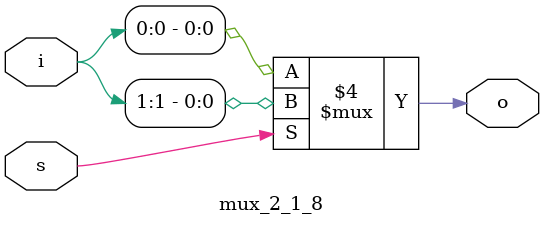
<source format=v>
`timescale 1ns / 1ps


module mux_8_1(o,i,s);
    output o;
    input [7:0] i;
    input [2:0] s;
    wire [5:0] k;
    mux_2_1_8 a1(k[0],i[1:0],s[0]);
    mux_2_1_8 a2(k[1],i[3:2],s[0]);
    mux_2_1_8 a3(k[2],i[5:4],s[0]);
    mux_2_1_8 a4(k[3],i[7:6],s[0]);
    mux_2_1_8 a5(k[4],k[1:0],s[1]);
    mux_2_1_8 a6(k[5],i[3:2],s[1]);
    mux_2_1_8 a7(o,k[5:4],s[2]);
endmodule

module mux_2_1_8(o,i,s);
    input [0:1] i;
    input s;
    output reg o;
    always @(*) begin
        if (s==1'b0)
            o = i[0];
        else 
            o = i[1];
        end
endmodule
    
</source>
